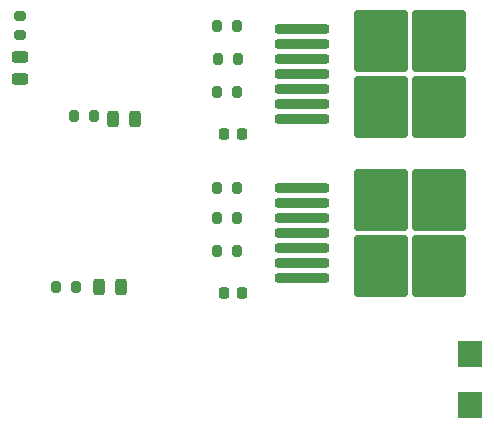
<source format=gbr>
%TF.GenerationSoftware,KiCad,Pcbnew,7.0.1*%
%TF.CreationDate,2023-05-22T01:14:16-06:00*%
%TF.ProjectId,MegaMoto_Driver_Shield,4d656761-4d6f-4746-9f5f-447269766572,rev?*%
%TF.SameCoordinates,Original*%
%TF.FileFunction,Paste,Top*%
%TF.FilePolarity,Positive*%
%FSLAX46Y46*%
G04 Gerber Fmt 4.6, Leading zero omitted, Abs format (unit mm)*
G04 Created by KiCad (PCBNEW 7.0.1) date 2023-05-22 01:14:16*
%MOMM*%
%LPD*%
G01*
G04 APERTURE LIST*
G04 Aperture macros list*
%AMRoundRect*
0 Rectangle with rounded corners*
0 $1 Rounding radius*
0 $2 $3 $4 $5 $6 $7 $8 $9 X,Y pos of 4 corners*
0 Add a 4 corners polygon primitive as box body*
4,1,4,$2,$3,$4,$5,$6,$7,$8,$9,$2,$3,0*
0 Add four circle primitives for the rounded corners*
1,1,$1+$1,$2,$3*
1,1,$1+$1,$4,$5*
1,1,$1+$1,$6,$7*
1,1,$1+$1,$8,$9*
0 Add four rect primitives between the rounded corners*
20,1,$1+$1,$2,$3,$4,$5,0*
20,1,$1+$1,$4,$5,$6,$7,0*
20,1,$1+$1,$6,$7,$8,$9,0*
20,1,$1+$1,$8,$9,$2,$3,0*%
G04 Aperture macros list end*
%ADD10RoundRect,0.200000X-0.200000X-0.275000X0.200000X-0.275000X0.200000X0.275000X-0.200000X0.275000X0*%
%ADD11RoundRect,0.243750X-0.243750X-0.456250X0.243750X-0.456250X0.243750X0.456250X-0.243750X0.456250X0*%
%ADD12RoundRect,0.200000X0.200000X0.275000X-0.200000X0.275000X-0.200000X-0.275000X0.200000X-0.275000X0*%
%ADD13RoundRect,0.225000X0.225000X0.250000X-0.225000X0.250000X-0.225000X-0.250000X0.225000X-0.250000X0*%
%ADD14RoundRect,0.200000X0.275000X-0.200000X0.275000X0.200000X-0.275000X0.200000X-0.275000X-0.200000X0*%
%ADD15R,2.120000X2.280000*%
%ADD16RoundRect,0.200000X-2.100000X-0.200000X2.100000X-0.200000X2.100000X0.200000X-2.100000X0.200000X0*%
%ADD17RoundRect,0.250000X-2.025000X-2.375000X2.025000X-2.375000X2.025000X2.375000X-2.025000X2.375000X0*%
%ADD18RoundRect,0.243750X-0.456250X0.243750X-0.456250X-0.243750X0.456250X-0.243750X0.456250X0.243750X0*%
G04 APERTURE END LIST*
D10*
%TO.C,R4*%
X129147000Y-55804000D03*
X130797000Y-55804000D03*
%TD*%
D11*
%TO.C,D2*%
X120320000Y-63678000D03*
X122195000Y-63678000D03*
%TD*%
D12*
%TO.C,R8*%
X117018000Y-63424000D03*
X118668000Y-63424000D03*
%TD*%
D13*
%TO.C,C1*%
X131255000Y-64948000D03*
X129705000Y-64948000D03*
%TD*%
D14*
%TO.C,R9*%
X112446000Y-56629000D03*
X112446000Y-54979000D03*
%TD*%
D10*
%TO.C,R1*%
X129210000Y-58598000D03*
X130860000Y-58598000D03*
%TD*%
D15*
%TO.C,D4*%
X150546000Y-83611000D03*
X150546000Y-87941000D03*
%TD*%
D12*
%TO.C,R6*%
X130797000Y-61392000D03*
X129147000Y-61392000D03*
%TD*%
%TO.C,R7*%
X117144000Y-77902000D03*
X115494000Y-77902000D03*
%TD*%
D13*
%TO.C,C2*%
X131255000Y-78410000D03*
X129705000Y-78410000D03*
%TD*%
D16*
%TO.C,Q1*%
X136322000Y-69520000D03*
X136322000Y-70790000D03*
X136322000Y-72060000D03*
X136322000Y-73330000D03*
X136322000Y-74600000D03*
X136322000Y-75870000D03*
X136322000Y-77140000D03*
D17*
X143047000Y-70555000D03*
X143047000Y-76105000D03*
X147897000Y-70555000D03*
X147897000Y-76105000D03*
%TD*%
D12*
%TO.C,R5*%
X130797000Y-74854000D03*
X129147000Y-74854000D03*
%TD*%
D18*
%TO.C,D3*%
X112446000Y-58422500D03*
X112446000Y-60297500D03*
%TD*%
D10*
%TO.C,R2*%
X129147000Y-69520000D03*
X130797000Y-69520000D03*
%TD*%
D16*
%TO.C,Q2*%
X136322000Y-56058000D03*
X136322000Y-57328000D03*
X136322000Y-58598000D03*
X136322000Y-59868000D03*
X136322000Y-61138000D03*
X136322000Y-62408000D03*
X136322000Y-63678000D03*
D17*
X143047000Y-57093000D03*
X143047000Y-62643000D03*
X147897000Y-57093000D03*
X147897000Y-62643000D03*
%TD*%
D11*
%TO.C,D1*%
X119128500Y-77902000D03*
X121003500Y-77902000D03*
%TD*%
D10*
%TO.C,R3*%
X129147000Y-72060000D03*
X130797000Y-72060000D03*
%TD*%
M02*

</source>
